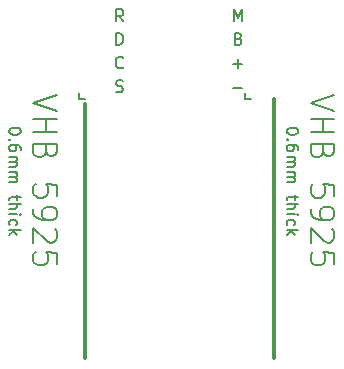
<source format=gto>
%TF.GenerationSoftware,KiCad,Pcbnew,(6.0.8)*%
%TF.CreationDate,2022-10-29T15:14:35+02:00*%
%TF.ProjectId,view_screen,76696577-5f73-4637-9265-656e2e6b6963,rev?*%
%TF.SameCoordinates,Original*%
%TF.FileFunction,Legend,Top*%
%TF.FilePolarity,Positive*%
%FSLAX46Y46*%
G04 Gerber Fmt 4.6, Leading zero omitted, Abs format (unit mm)*
G04 Created by KiCad (PCBNEW (6.0.8)) date 2022-10-29 15:14:35*
%MOMM*%
%LPD*%
G01*
G04 APERTURE LIST*
%ADD10C,0.300000*%
%ADD11C,0.150000*%
%ADD12C,0.200000*%
%ADD13C,2.400000*%
%ADD14O,2.500000X1.250000*%
G04 APERTURE END LIST*
D10*
X92000000Y-93500000D02*
X92000000Y-115000000D01*
X108000000Y-93000000D02*
X108000000Y-115000000D01*
D11*
X86547619Y-95714285D02*
X86547619Y-95809523D01*
X86500000Y-95904761D01*
X86452380Y-95952380D01*
X86357142Y-96000000D01*
X86166666Y-96047619D01*
X85928571Y-96047619D01*
X85738095Y-96000000D01*
X85642857Y-95952380D01*
X85595238Y-95904761D01*
X85547619Y-95809523D01*
X85547619Y-95714285D01*
X85595238Y-95619047D01*
X85642857Y-95571428D01*
X85738095Y-95523809D01*
X85928571Y-95476190D01*
X86166666Y-95476190D01*
X86357142Y-95523809D01*
X86452380Y-95571428D01*
X86500000Y-95619047D01*
X86547619Y-95714285D01*
X85642857Y-96476190D02*
X85595238Y-96523809D01*
X85547619Y-96476190D01*
X85595238Y-96428571D01*
X85642857Y-96476190D01*
X85547619Y-96476190D01*
X86547619Y-97380952D02*
X86547619Y-97190476D01*
X86500000Y-97095238D01*
X86452380Y-97047619D01*
X86309523Y-96952380D01*
X86119047Y-96904761D01*
X85738095Y-96904761D01*
X85642857Y-96952380D01*
X85595238Y-97000000D01*
X85547619Y-97095238D01*
X85547619Y-97285714D01*
X85595238Y-97380952D01*
X85642857Y-97428571D01*
X85738095Y-97476190D01*
X85976190Y-97476190D01*
X86071428Y-97428571D01*
X86119047Y-97380952D01*
X86166666Y-97285714D01*
X86166666Y-97095238D01*
X86119047Y-97000000D01*
X86071428Y-96952380D01*
X85976190Y-96904761D01*
X85547619Y-97904761D02*
X86214285Y-97904761D01*
X86119047Y-97904761D02*
X86166666Y-97952380D01*
X86214285Y-98047619D01*
X86214285Y-98190476D01*
X86166666Y-98285714D01*
X86071428Y-98333333D01*
X85547619Y-98333333D01*
X86071428Y-98333333D02*
X86166666Y-98380952D01*
X86214285Y-98476190D01*
X86214285Y-98619047D01*
X86166666Y-98714285D01*
X86071428Y-98761904D01*
X85547619Y-98761904D01*
X85547619Y-99238095D02*
X86214285Y-99238095D01*
X86119047Y-99238095D02*
X86166666Y-99285714D01*
X86214285Y-99380952D01*
X86214285Y-99523809D01*
X86166666Y-99619047D01*
X86071428Y-99666666D01*
X85547619Y-99666666D01*
X86071428Y-99666666D02*
X86166666Y-99714285D01*
X86214285Y-99809523D01*
X86214285Y-99952380D01*
X86166666Y-100047619D01*
X86071428Y-100095238D01*
X85547619Y-100095238D01*
X86214285Y-101190476D02*
X86214285Y-101571428D01*
X86547619Y-101333333D02*
X85690476Y-101333333D01*
X85595238Y-101380952D01*
X85547619Y-101476190D01*
X85547619Y-101571428D01*
X85547619Y-101904761D02*
X86547619Y-101904761D01*
X85547619Y-102333333D02*
X86071428Y-102333333D01*
X86166666Y-102285714D01*
X86214285Y-102190476D01*
X86214285Y-102047619D01*
X86166666Y-101952380D01*
X86119047Y-101904761D01*
X85547619Y-102809523D02*
X86214285Y-102809523D01*
X86547619Y-102809523D02*
X86500000Y-102761904D01*
X86452380Y-102809523D01*
X86500000Y-102857142D01*
X86547619Y-102809523D01*
X86452380Y-102809523D01*
X85595238Y-103714285D02*
X85547619Y-103619047D01*
X85547619Y-103428571D01*
X85595238Y-103333333D01*
X85642857Y-103285714D01*
X85738095Y-103238095D01*
X86023809Y-103238095D01*
X86119047Y-103285714D01*
X86166666Y-103333333D01*
X86214285Y-103428571D01*
X86214285Y-103619047D01*
X86166666Y-103714285D01*
X85547619Y-104142857D02*
X86547619Y-104142857D01*
X85928571Y-104238095D02*
X85547619Y-104523809D01*
X86214285Y-104523809D02*
X85833333Y-104142857D01*
D12*
X89595238Y-92714285D02*
X87595238Y-93380952D01*
X89595238Y-94047619D01*
X87595238Y-94714285D02*
X89595238Y-94714285D01*
X88642857Y-94714285D02*
X88642857Y-95857142D01*
X87595238Y-95857142D02*
X89595238Y-95857142D01*
X88642857Y-97476190D02*
X88547619Y-97761904D01*
X88452380Y-97857142D01*
X88261904Y-97952380D01*
X87976190Y-97952380D01*
X87785714Y-97857142D01*
X87690476Y-97761904D01*
X87595238Y-97571428D01*
X87595238Y-96809523D01*
X89595238Y-96809523D01*
X89595238Y-97476190D01*
X89500000Y-97666666D01*
X89404761Y-97761904D01*
X89214285Y-97857142D01*
X89023809Y-97857142D01*
X88833333Y-97761904D01*
X88738095Y-97666666D01*
X88642857Y-97476190D01*
X88642857Y-96809523D01*
X89595238Y-101285714D02*
X89595238Y-100333333D01*
X88642857Y-100238095D01*
X88738095Y-100333333D01*
X88833333Y-100523809D01*
X88833333Y-101000000D01*
X88738095Y-101190476D01*
X88642857Y-101285714D01*
X88452380Y-101380952D01*
X87976190Y-101380952D01*
X87785714Y-101285714D01*
X87690476Y-101190476D01*
X87595238Y-101000000D01*
X87595238Y-100523809D01*
X87690476Y-100333333D01*
X87785714Y-100238095D01*
X87595238Y-102333333D02*
X87595238Y-102714285D01*
X87690476Y-102904761D01*
X87785714Y-103000000D01*
X88071428Y-103190476D01*
X88452380Y-103285714D01*
X89214285Y-103285714D01*
X89404761Y-103190476D01*
X89500000Y-103095238D01*
X89595238Y-102904761D01*
X89595238Y-102523809D01*
X89500000Y-102333333D01*
X89404761Y-102238095D01*
X89214285Y-102142857D01*
X88738095Y-102142857D01*
X88547619Y-102238095D01*
X88452380Y-102333333D01*
X88357142Y-102523809D01*
X88357142Y-102904761D01*
X88452380Y-103095238D01*
X88547619Y-103190476D01*
X88738095Y-103285714D01*
X89404761Y-104047619D02*
X89500000Y-104142857D01*
X89595238Y-104333333D01*
X89595238Y-104809523D01*
X89500000Y-105000000D01*
X89404761Y-105095238D01*
X89214285Y-105190476D01*
X89023809Y-105190476D01*
X88738095Y-105095238D01*
X87595238Y-103952380D01*
X87595238Y-105190476D01*
X89595238Y-107000000D02*
X89595238Y-106047619D01*
X88642857Y-105952380D01*
X88738095Y-106047619D01*
X88833333Y-106238095D01*
X88833333Y-106714285D01*
X88738095Y-106904761D01*
X88642857Y-107000000D01*
X88452380Y-107095238D01*
X87976190Y-107095238D01*
X87785714Y-107000000D01*
X87690476Y-106904761D01*
X87595238Y-106714285D01*
X87595238Y-106238095D01*
X87690476Y-106047619D01*
X87785714Y-105952380D01*
D11*
X94638095Y-88452380D02*
X94638095Y-87452380D01*
X94876190Y-87452380D01*
X95019047Y-87500000D01*
X95114285Y-87595238D01*
X95161904Y-87690476D01*
X95209523Y-87880952D01*
X95209523Y-88023809D01*
X95161904Y-88214285D01*
X95114285Y-88309523D01*
X95019047Y-88404761D01*
X94876190Y-88452380D01*
X94638095Y-88452380D01*
X95209523Y-90357142D02*
X95161904Y-90404761D01*
X95019047Y-90452380D01*
X94923809Y-90452380D01*
X94780952Y-90404761D01*
X94685714Y-90309523D01*
X94638095Y-90214285D01*
X94590476Y-90023809D01*
X94590476Y-89880952D01*
X94638095Y-89690476D01*
X94685714Y-89595238D01*
X94780952Y-89500000D01*
X94923809Y-89452380D01*
X95019047Y-89452380D01*
X95161904Y-89500000D01*
X95209523Y-89547619D01*
X94614285Y-92404761D02*
X94757142Y-92452380D01*
X94995238Y-92452380D01*
X95090476Y-92404761D01*
X95138095Y-92357142D01*
X95185714Y-92261904D01*
X95185714Y-92166666D01*
X95138095Y-92071428D01*
X95090476Y-92023809D01*
X94995238Y-91976190D01*
X94804761Y-91928571D01*
X94709523Y-91880952D01*
X94661904Y-91833333D01*
X94614285Y-91738095D01*
X94614285Y-91642857D01*
X94661904Y-91547619D01*
X94709523Y-91500000D01*
X94804761Y-91452380D01*
X95042857Y-91452380D01*
X95185714Y-91500000D01*
X95209523Y-86452380D02*
X94876190Y-85976190D01*
X94638095Y-86452380D02*
X94638095Y-85452380D01*
X95019047Y-85452380D01*
X95114285Y-85500000D01*
X95161904Y-85547619D01*
X95209523Y-85642857D01*
X95209523Y-85785714D01*
X95161904Y-85880952D01*
X95114285Y-85928571D01*
X95019047Y-85976190D01*
X94638095Y-85976190D01*
X104519047Y-92071428D02*
X105280952Y-92071428D01*
X104519047Y-90071428D02*
X105280952Y-90071428D01*
X104900000Y-90452380D02*
X104900000Y-89690476D01*
X104566666Y-86452380D02*
X104566666Y-85452380D01*
X104900000Y-86166666D01*
X105233333Y-85452380D01*
X105233333Y-86452380D01*
X104971428Y-87928571D02*
X105114285Y-87976190D01*
X105161904Y-88023809D01*
X105209523Y-88119047D01*
X105209523Y-88261904D01*
X105161904Y-88357142D01*
X105114285Y-88404761D01*
X105019047Y-88452380D01*
X104638095Y-88452380D01*
X104638095Y-87452380D01*
X104971428Y-87452380D01*
X105066666Y-87500000D01*
X105114285Y-87547619D01*
X105161904Y-87642857D01*
X105161904Y-87738095D01*
X105114285Y-87833333D01*
X105066666Y-87880952D01*
X104971428Y-87928571D01*
X104638095Y-87928571D01*
X110047619Y-95714285D02*
X110047619Y-95809523D01*
X110000000Y-95904761D01*
X109952380Y-95952380D01*
X109857142Y-96000000D01*
X109666666Y-96047619D01*
X109428571Y-96047619D01*
X109238095Y-96000000D01*
X109142857Y-95952380D01*
X109095238Y-95904761D01*
X109047619Y-95809523D01*
X109047619Y-95714285D01*
X109095238Y-95619047D01*
X109142857Y-95571428D01*
X109238095Y-95523809D01*
X109428571Y-95476190D01*
X109666666Y-95476190D01*
X109857142Y-95523809D01*
X109952380Y-95571428D01*
X110000000Y-95619047D01*
X110047619Y-95714285D01*
X109142857Y-96476190D02*
X109095238Y-96523809D01*
X109047619Y-96476190D01*
X109095238Y-96428571D01*
X109142857Y-96476190D01*
X109047619Y-96476190D01*
X110047619Y-97380952D02*
X110047619Y-97190476D01*
X110000000Y-97095238D01*
X109952380Y-97047619D01*
X109809523Y-96952380D01*
X109619047Y-96904761D01*
X109238095Y-96904761D01*
X109142857Y-96952380D01*
X109095238Y-97000000D01*
X109047619Y-97095238D01*
X109047619Y-97285714D01*
X109095238Y-97380952D01*
X109142857Y-97428571D01*
X109238095Y-97476190D01*
X109476190Y-97476190D01*
X109571428Y-97428571D01*
X109619047Y-97380952D01*
X109666666Y-97285714D01*
X109666666Y-97095238D01*
X109619047Y-97000000D01*
X109571428Y-96952380D01*
X109476190Y-96904761D01*
X109047619Y-97904761D02*
X109714285Y-97904761D01*
X109619047Y-97904761D02*
X109666666Y-97952380D01*
X109714285Y-98047619D01*
X109714285Y-98190476D01*
X109666666Y-98285714D01*
X109571428Y-98333333D01*
X109047619Y-98333333D01*
X109571428Y-98333333D02*
X109666666Y-98380952D01*
X109714285Y-98476190D01*
X109714285Y-98619047D01*
X109666666Y-98714285D01*
X109571428Y-98761904D01*
X109047619Y-98761904D01*
X109047619Y-99238095D02*
X109714285Y-99238095D01*
X109619047Y-99238095D02*
X109666666Y-99285714D01*
X109714285Y-99380952D01*
X109714285Y-99523809D01*
X109666666Y-99619047D01*
X109571428Y-99666666D01*
X109047619Y-99666666D01*
X109571428Y-99666666D02*
X109666666Y-99714285D01*
X109714285Y-99809523D01*
X109714285Y-99952380D01*
X109666666Y-100047619D01*
X109571428Y-100095238D01*
X109047619Y-100095238D01*
X109714285Y-101190476D02*
X109714285Y-101571428D01*
X110047619Y-101333333D02*
X109190476Y-101333333D01*
X109095238Y-101380952D01*
X109047619Y-101476190D01*
X109047619Y-101571428D01*
X109047619Y-101904761D02*
X110047619Y-101904761D01*
X109047619Y-102333333D02*
X109571428Y-102333333D01*
X109666666Y-102285714D01*
X109714285Y-102190476D01*
X109714285Y-102047619D01*
X109666666Y-101952380D01*
X109619047Y-101904761D01*
X109047619Y-102809523D02*
X109714285Y-102809523D01*
X110047619Y-102809523D02*
X110000000Y-102761904D01*
X109952380Y-102809523D01*
X110000000Y-102857142D01*
X110047619Y-102809523D01*
X109952380Y-102809523D01*
X109095238Y-103714285D02*
X109047619Y-103619047D01*
X109047619Y-103428571D01*
X109095238Y-103333333D01*
X109142857Y-103285714D01*
X109238095Y-103238095D01*
X109523809Y-103238095D01*
X109619047Y-103285714D01*
X109666666Y-103333333D01*
X109714285Y-103428571D01*
X109714285Y-103619047D01*
X109666666Y-103714285D01*
X109047619Y-104142857D02*
X110047619Y-104142857D01*
X109428571Y-104238095D02*
X109047619Y-104523809D01*
X109714285Y-104523809D02*
X109333333Y-104142857D01*
D12*
X113095238Y-92714285D02*
X111095238Y-93380952D01*
X113095238Y-94047619D01*
X111095238Y-94714285D02*
X113095238Y-94714285D01*
X112142857Y-94714285D02*
X112142857Y-95857142D01*
X111095238Y-95857142D02*
X113095238Y-95857142D01*
X112142857Y-97476190D02*
X112047619Y-97761904D01*
X111952380Y-97857142D01*
X111761904Y-97952380D01*
X111476190Y-97952380D01*
X111285714Y-97857142D01*
X111190476Y-97761904D01*
X111095238Y-97571428D01*
X111095238Y-96809523D01*
X113095238Y-96809523D01*
X113095238Y-97476190D01*
X113000000Y-97666666D01*
X112904761Y-97761904D01*
X112714285Y-97857142D01*
X112523809Y-97857142D01*
X112333333Y-97761904D01*
X112238095Y-97666666D01*
X112142857Y-97476190D01*
X112142857Y-96809523D01*
X113095238Y-101285714D02*
X113095238Y-100333333D01*
X112142857Y-100238095D01*
X112238095Y-100333333D01*
X112333333Y-100523809D01*
X112333333Y-101000000D01*
X112238095Y-101190476D01*
X112142857Y-101285714D01*
X111952380Y-101380952D01*
X111476190Y-101380952D01*
X111285714Y-101285714D01*
X111190476Y-101190476D01*
X111095238Y-101000000D01*
X111095238Y-100523809D01*
X111190476Y-100333333D01*
X111285714Y-100238095D01*
X111095238Y-102333333D02*
X111095238Y-102714285D01*
X111190476Y-102904761D01*
X111285714Y-103000000D01*
X111571428Y-103190476D01*
X111952380Y-103285714D01*
X112714285Y-103285714D01*
X112904761Y-103190476D01*
X113000000Y-103095238D01*
X113095238Y-102904761D01*
X113095238Y-102523809D01*
X113000000Y-102333333D01*
X112904761Y-102238095D01*
X112714285Y-102142857D01*
X112238095Y-102142857D01*
X112047619Y-102238095D01*
X111952380Y-102333333D01*
X111857142Y-102523809D01*
X111857142Y-102904761D01*
X111952380Y-103095238D01*
X112047619Y-103190476D01*
X112238095Y-103285714D01*
X112904761Y-104047619D02*
X113000000Y-104142857D01*
X113095238Y-104333333D01*
X113095238Y-104809523D01*
X113000000Y-105000000D01*
X112904761Y-105095238D01*
X112714285Y-105190476D01*
X112523809Y-105190476D01*
X112238095Y-105095238D01*
X111095238Y-103952380D01*
X111095238Y-105190476D01*
X113095238Y-107000000D02*
X113095238Y-106047619D01*
X112142857Y-105952380D01*
X112238095Y-106047619D01*
X112333333Y-106238095D01*
X112333333Y-106714285D01*
X112238095Y-106904761D01*
X112142857Y-107000000D01*
X111952380Y-107095238D01*
X111476190Y-107095238D01*
X111285714Y-107000000D01*
X111190476Y-106904761D01*
X111095238Y-106714285D01*
X111095238Y-106238095D01*
X111190476Y-106047619D01*
X111285714Y-105952380D01*
D11*
%TO.C,J5*%
X91500000Y-93000000D02*
X92000000Y-93000000D01*
X91500000Y-92500000D02*
X91500000Y-93000000D01*
%TO.C,J4*%
X105500000Y-93000000D02*
X106000000Y-93000000D01*
X105500000Y-92500000D02*
X105500000Y-93000000D01*
%TD*%
%LPC*%
D13*
%TO.C,H1*%
X94000000Y-100000000D03*
%TD*%
D14*
%TO.C,J5*%
X93000000Y-92000000D03*
X93000000Y-90000000D03*
X93000000Y-88000000D03*
X93000000Y-86000000D03*
%TD*%
%TO.C,J4*%
X107000000Y-92000000D03*
X107000000Y-90000000D03*
X107000000Y-88000000D03*
X107000000Y-86000000D03*
%TD*%
M02*

</source>
